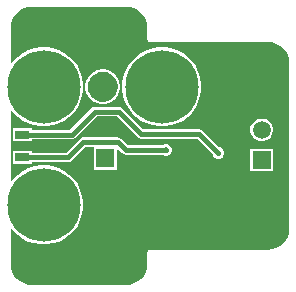
<source format=gbl>
G04*
G04 #@! TF.GenerationSoftware,Altium Limited,Altium Designer,21.7.2 (23)*
G04*
G04 Layer_Physical_Order=2*
G04 Layer_Color=16711680*
%FSLAX25Y25*%
%MOIN*%
G70*
G04*
G04 #@! TF.SameCoordinates,CD49883A-D9D7-4F0A-866F-15B73C44CB22*
G04*
G04*
G04 #@! TF.FilePolarity,Positive*
G04*
G01*
G75*
%ADD24C,0.01500*%
%ADD25C,0.05906*%
%ADD26R,0.05906X0.05906*%
%ADD27C,0.01968*%
%ADD28C,0.24410*%
%ADD29R,0.04921X0.02756*%
G36*
X367995Y352185D02*
X369370Y352049D01*
X370691Y351648D01*
X371909Y350997D01*
X372977Y350121D01*
X373853Y349054D01*
X374504Y347835D01*
X374905Y346514D01*
X375041Y345139D01*
X375041D01*
Y341202D01*
X375104Y340885D01*
X375283Y340616D01*
X375552Y340437D01*
X375869Y340374D01*
X415239D01*
Y340374D01*
X416614Y340238D01*
X417935Y339837D01*
X419153Y339186D01*
X420221Y338310D01*
X421097Y337243D01*
X421748Y336024D01*
X422149Y334703D01*
X422285Y333328D01*
X422285D01*
Y278210D01*
X422285D01*
X422149Y276835D01*
X421748Y275514D01*
X421097Y274296D01*
X420221Y273228D01*
X419153Y272352D01*
X417935Y271701D01*
X416614Y271300D01*
X415239Y271164D01*
Y271164D01*
X375869D01*
X375552Y271101D01*
X375283Y270922D01*
X375104Y270653D01*
X375041Y270336D01*
Y266399D01*
X375041D01*
X374905Y265024D01*
X374504Y263703D01*
X373853Y262485D01*
X372977Y261417D01*
X371909Y260541D01*
X370691Y259890D01*
X369370Y259489D01*
X367995Y259353D01*
Y259353D01*
X336499D01*
Y259353D01*
X335124Y259489D01*
X333803Y259890D01*
X332585Y260541D01*
X331517Y261417D01*
X330641Y262485D01*
X329990Y263703D01*
X329589Y265024D01*
X329453Y266399D01*
X329453D01*
Y277953D01*
X329929Y278108D01*
X330376Y277492D01*
X331844Y276024D01*
X333524Y274804D01*
X335373Y273861D01*
X337348Y273220D01*
X339398Y272895D01*
X341474D01*
X343524Y273220D01*
X345499Y273861D01*
X347348Y274804D01*
X349028Y276024D01*
X350496Y277492D01*
X351716Y279171D01*
X352659Y281021D01*
X353300Y282996D01*
X353625Y285046D01*
Y287122D01*
X353300Y289173D01*
X352659Y291147D01*
X351716Y292997D01*
X350496Y294676D01*
X349028Y296144D01*
X347348Y297364D01*
X345499Y298307D01*
X343524Y298948D01*
X341474Y299273D01*
X339398D01*
X337348Y298948D01*
X335373Y298307D01*
X333524Y297364D01*
X331844Y296144D01*
X330376Y294676D01*
X329929Y294061D01*
X329453Y294215D01*
Y317323D01*
X329929Y317478D01*
X330376Y316862D01*
X331844Y315394D01*
X333524Y314174D01*
X335373Y313231D01*
X337348Y312590D01*
X339398Y312265D01*
X341474D01*
X343524Y312590D01*
X345499Y313231D01*
X347348Y314174D01*
X349028Y315394D01*
X350496Y316862D01*
X351716Y318542D01*
X352659Y320391D01*
X353300Y322366D01*
X353625Y324416D01*
Y326492D01*
X353300Y328542D01*
X352659Y330517D01*
X351716Y332367D01*
X350496Y334046D01*
X349028Y335514D01*
X347348Y336734D01*
X345499Y337677D01*
X343524Y338318D01*
X341474Y338643D01*
X339398D01*
X337348Y338318D01*
X335373Y337677D01*
X333524Y336734D01*
X331844Y335514D01*
X330376Y334046D01*
X329929Y333431D01*
X329453Y333585D01*
Y345139D01*
X329453D01*
X329589Y346514D01*
X329990Y347835D01*
X330641Y349054D01*
X331517Y350121D01*
X332585Y350997D01*
X333803Y351648D01*
X335124Y352049D01*
X336499Y352185D01*
Y352185D01*
X367995D01*
Y352185D01*
D02*
G37*
%LPC*%
G36*
X360610Y331218D02*
X359632D01*
X359555Y331202D01*
X359476D01*
X358518Y331012D01*
X358444Y330981D01*
X358367Y330966D01*
X357464Y330592D01*
X357398Y330548D01*
X357325Y330518D01*
X356513Y329975D01*
X356457Y329919D01*
X356391Y329875D01*
X355700Y329184D01*
X355656Y329118D01*
X355600Y329062D01*
X355058Y328250D01*
X355027Y328177D01*
X354983Y328111D01*
X354609Y327208D01*
X354594Y327131D01*
X354564Y327058D01*
X354373Y326099D01*
Y326020D01*
X354358Y325943D01*
Y324966D01*
X354373Y324888D01*
Y324809D01*
X354564Y323850D01*
X354594Y323778D01*
X354609Y323700D01*
X354983Y322797D01*
X355027Y322731D01*
X355058Y322658D01*
X355600Y321846D01*
X355656Y321790D01*
X355700Y321724D01*
X356391Y321033D01*
X356457Y320989D01*
X356513Y320933D01*
X357325Y320391D01*
X357398Y320360D01*
X357464Y320316D01*
X358367Y319942D01*
X358444Y319927D01*
X358518Y319897D01*
X359476Y319706D01*
X359555D01*
X359632Y319691D01*
X360610D01*
X360687Y319706D01*
X360766D01*
X361725Y319897D01*
X361798Y319927D01*
X361875Y319942D01*
X362778Y320316D01*
X362844Y320360D01*
X362917Y320391D01*
X363729Y320933D01*
X363785Y320989D01*
X363851Y321033D01*
X364542Y321724D01*
X364586Y321790D01*
X364642Y321846D01*
X365185Y322658D01*
X365215Y322731D01*
X365259Y322797D01*
X365633Y323700D01*
X365648Y323778D01*
X365679Y323850D01*
X365869Y324809D01*
Y324888D01*
X365884Y324966D01*
Y325943D01*
X365869Y326020D01*
Y326099D01*
X365679Y327058D01*
X365648Y327131D01*
X365633Y327208D01*
X365259Y328111D01*
X365215Y328177D01*
X365185Y328250D01*
X364642Y329062D01*
X364586Y329118D01*
X364542Y329184D01*
X363851Y329875D01*
X363785Y329919D01*
X363729Y329975D01*
X362917Y330518D01*
X362844Y330548D01*
X362778Y330592D01*
X361875Y330966D01*
X361798Y330981D01*
X361725Y331012D01*
X360766Y331202D01*
X360687D01*
X360610Y331218D01*
D02*
G37*
G36*
X380844Y338643D02*
X378768D01*
X376718Y338318D01*
X374743Y337677D01*
X372894Y336734D01*
X371214Y335514D01*
X369746Y334046D01*
X368526Y332367D01*
X367583Y330517D01*
X366942Y328542D01*
X366617Y326492D01*
Y324416D01*
X366942Y322366D01*
X367583Y320391D01*
X368526Y318542D01*
X369746Y316862D01*
X371214Y315394D01*
X372894Y314174D01*
X374743Y313231D01*
X376718Y312590D01*
X378768Y312265D01*
X380844D01*
X382894Y312590D01*
X384869Y313231D01*
X386719Y314174D01*
X388398Y315394D01*
X389866Y316862D01*
X391086Y318542D01*
X392029Y320391D01*
X392670Y322366D01*
X392995Y324416D01*
Y326492D01*
X392670Y328542D01*
X392029Y330517D01*
X391086Y332367D01*
X389866Y334046D01*
X388398Y335514D01*
X386719Y336734D01*
X384869Y337677D01*
X382894Y338318D01*
X380844Y338643D01*
D02*
G37*
G36*
X413592Y314840D02*
X412608D01*
X411656Y314585D01*
X410804Y314093D01*
X410107Y313397D01*
X409615Y312544D01*
X409360Y311592D01*
Y310608D01*
X409615Y309656D01*
X410107Y308804D01*
X410804Y308107D01*
X411656Y307615D01*
X412608Y307360D01*
X413592D01*
X414544Y307615D01*
X415396Y308107D01*
X416093Y308804D01*
X416585Y309656D01*
X416840Y310608D01*
Y311592D01*
X416585Y312544D01*
X416093Y313397D01*
X415396Y314093D01*
X414544Y314585D01*
X413592Y314840D01*
D02*
G37*
G36*
X365200Y308568D02*
X353500D01*
X352900Y308448D01*
X352392Y308108D01*
X347811Y303527D01*
X336611D01*
Y304125D01*
X330115D01*
Y299795D01*
X336611D01*
Y300392D01*
X348460D01*
X349060Y300512D01*
X349568Y300851D01*
X354149Y305433D01*
X356798D01*
X357260Y305340D01*
Y297860D01*
X364740D01*
Y304590D01*
X365202Y304781D01*
X366692Y303292D01*
X367200Y302952D01*
X367800Y302833D01*
X379984D01*
X380085Y302731D01*
X380808Y302432D01*
X381592D01*
X382315Y302731D01*
X382869Y303285D01*
X383169Y304008D01*
Y304792D01*
X382869Y305515D01*
X382315Y306069D01*
X381592Y306368D01*
X380808D01*
X380085Y306069D01*
X379984Y305967D01*
X368449D01*
X366308Y308108D01*
X365800Y308448D01*
X365700Y308468D01*
X365200Y308568D01*
D02*
G37*
G36*
X365400Y318668D02*
X357400D01*
X356800Y318548D01*
X356292Y318208D01*
X349091Y311008D01*
X336611D01*
Y311606D01*
X330115D01*
Y307275D01*
X336611D01*
Y307873D01*
X349740D01*
X350340Y307992D01*
X350849Y308332D01*
X358049Y315532D01*
X364751D01*
X371692Y308592D01*
X372200Y308252D01*
X372800Y308133D01*
X391651D01*
X396731Y303052D01*
Y302908D01*
X397031Y302185D01*
X397585Y301631D01*
X398308Y301331D01*
X399092D01*
X399815Y301631D01*
X400369Y302185D01*
X400668Y302908D01*
Y303692D01*
X400369Y304415D01*
X399815Y304969D01*
X399092Y305269D01*
X398948D01*
X393408Y310808D01*
X392900Y311148D01*
X392300Y311267D01*
X373449D01*
X366508Y318208D01*
X366000Y318548D01*
X365900Y318568D01*
X365400Y318668D01*
D02*
G37*
G36*
X416840Y304840D02*
X409360D01*
Y297360D01*
X416840D01*
Y304840D01*
D02*
G37*
%LPD*%
G36*
X361568Y330224D02*
X362471Y329850D01*
X363283Y329307D01*
X363974Y328616D01*
X364517Y327804D01*
X364891Y326901D01*
X365082Y325943D01*
Y325454D01*
Y324966D01*
X364891Y324007D01*
X364517Y323104D01*
X363974Y322292D01*
X363283Y321601D01*
X362471Y321058D01*
X361568Y320684D01*
X360610Y320494D01*
X359632D01*
X358674Y320684D01*
X357771Y321058D01*
X356959Y321601D01*
X356268Y322292D01*
X355725Y323104D01*
X355351Y324007D01*
X355160Y324966D01*
Y325454D01*
Y325943D01*
X355351Y326901D01*
X355725Y327804D01*
X356268Y328616D01*
X356959Y329307D01*
X357771Y329850D01*
X358674Y330224D01*
X359632Y330415D01*
X360610D01*
X361568Y330224D01*
D02*
G37*
D24*
X392300Y309700D02*
X398700Y303300D01*
X372800Y309700D02*
X392300D01*
X365400Y317100D02*
X372800Y309700D01*
X353500Y307000D02*
X365200D01*
X367800Y304400D02*
X381073D01*
X365200Y307000D02*
X367800Y304400D01*
X348460Y301960D02*
X353500Y307000D01*
X349740Y309440D02*
X357400Y317100D01*
X365400D01*
X333363Y309440D02*
X349740D01*
X333363Y301960D02*
X348460D01*
D25*
X413100Y311100D02*
D03*
X361000Y311600D02*
D03*
D26*
X413100Y301100D02*
D03*
X361000Y301600D02*
D03*
D27*
X398700Y303300D02*
D03*
X381200Y304400D02*
D03*
D28*
X379805Y285915D02*
D03*
X340436Y286084D02*
D03*
Y325454D02*
D03*
X379806D02*
D03*
D29*
X341237Y305700D02*
D03*
X333363Y309440D02*
D03*
Y301960D02*
D03*
M02*

</source>
